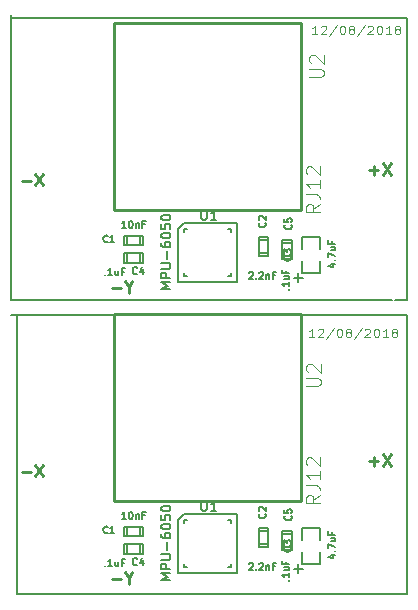
<source format=gto>
G04 #@! TF.FileFunction,Legend,Top*
%FSLAX46Y46*%
G04 Gerber Fmt 4.6, Leading zero omitted, Abs format (unit mm)*
G04 Created by KiCad (PCBNEW 4.0.7-e2-6376~58~ubuntu16.04.1) date Sat Dec  8 14:23:04 2018*
%MOMM*%
%LPD*%
G01*
G04 APERTURE LIST*
%ADD10C,0.150000*%
%ADD11C,0.200000*%
%ADD12C,0.250000*%
%ADD13C,0.125000*%
%ADD14C,0.127000*%
%ADD15C,0.149860*%
%ADD16C,0.200660*%
%ADD17C,0.254000*%
%ADD18C,0.099060*%
G04 APERTURE END LIST*
D10*
D11*
X168656000Y-92202000D02*
X135128000Y-92202000D01*
X168656000Y-116078000D02*
X168656000Y-92202000D01*
X167640000Y-116078000D02*
X168656000Y-116078000D01*
X167386000Y-116078000D02*
X135128000Y-116078000D01*
X135128000Y-91948000D02*
X135128000Y-116078000D01*
X135636000Y-140970000D02*
X135636000Y-117348000D01*
X168656000Y-140970000D02*
X135636000Y-140970000D01*
X168656000Y-117348000D02*
X168656000Y-140970000D01*
X135128000Y-117348000D02*
X168656000Y-117348000D01*
D12*
X143640476Y-139709429D02*
X144402381Y-139709429D01*
X145069047Y-139614190D02*
X145069047Y-140090381D01*
X144735714Y-139090381D02*
X145069047Y-139614190D01*
X145402381Y-139090381D01*
X165442857Y-129709429D02*
X166204762Y-129709429D01*
X165823810Y-130090381D02*
X165823810Y-129328476D01*
X166585714Y-129090381D02*
X167252381Y-130090381D01*
X167252381Y-129090381D02*
X166585714Y-130090381D01*
X136042857Y-130609429D02*
X136804762Y-130609429D01*
X137185714Y-129990381D02*
X137852381Y-130990381D01*
X137852381Y-129990381D02*
X137185714Y-130990381D01*
D13*
X160807809Y-119188667D02*
X160350666Y-119188667D01*
X160579237Y-119188667D02*
X160579237Y-118488667D01*
X160503047Y-118588667D01*
X160426856Y-118655333D01*
X160350666Y-118688667D01*
X161112571Y-118555333D02*
X161150666Y-118522000D01*
X161226857Y-118488667D01*
X161417333Y-118488667D01*
X161493523Y-118522000D01*
X161531619Y-118555333D01*
X161569714Y-118622000D01*
X161569714Y-118688667D01*
X161531619Y-118788667D01*
X161074476Y-119188667D01*
X161569714Y-119188667D01*
X162484000Y-118455333D02*
X161798285Y-119355333D01*
X162903047Y-118488667D02*
X162979238Y-118488667D01*
X163055428Y-118522000D01*
X163093523Y-118555333D01*
X163131619Y-118622000D01*
X163169714Y-118755333D01*
X163169714Y-118922000D01*
X163131619Y-119055333D01*
X163093523Y-119122000D01*
X163055428Y-119155333D01*
X162979238Y-119188667D01*
X162903047Y-119188667D01*
X162826857Y-119155333D01*
X162788761Y-119122000D01*
X162750666Y-119055333D01*
X162712571Y-118922000D01*
X162712571Y-118755333D01*
X162750666Y-118622000D01*
X162788761Y-118555333D01*
X162826857Y-118522000D01*
X162903047Y-118488667D01*
X163626857Y-118788667D02*
X163550666Y-118755333D01*
X163512571Y-118722000D01*
X163474476Y-118655333D01*
X163474476Y-118622000D01*
X163512571Y-118555333D01*
X163550666Y-118522000D01*
X163626857Y-118488667D01*
X163779238Y-118488667D01*
X163855428Y-118522000D01*
X163893524Y-118555333D01*
X163931619Y-118622000D01*
X163931619Y-118655333D01*
X163893524Y-118722000D01*
X163855428Y-118755333D01*
X163779238Y-118788667D01*
X163626857Y-118788667D01*
X163550666Y-118822000D01*
X163512571Y-118855333D01*
X163474476Y-118922000D01*
X163474476Y-119055333D01*
X163512571Y-119122000D01*
X163550666Y-119155333D01*
X163626857Y-119188667D01*
X163779238Y-119188667D01*
X163855428Y-119155333D01*
X163893524Y-119122000D01*
X163931619Y-119055333D01*
X163931619Y-118922000D01*
X163893524Y-118855333D01*
X163855428Y-118822000D01*
X163779238Y-118788667D01*
X164845905Y-118455333D02*
X164160190Y-119355333D01*
X165074476Y-118555333D02*
X165112571Y-118522000D01*
X165188762Y-118488667D01*
X165379238Y-118488667D01*
X165455428Y-118522000D01*
X165493524Y-118555333D01*
X165531619Y-118622000D01*
X165531619Y-118688667D01*
X165493524Y-118788667D01*
X165036381Y-119188667D01*
X165531619Y-119188667D01*
X166026857Y-118488667D02*
X166103048Y-118488667D01*
X166179238Y-118522000D01*
X166217333Y-118555333D01*
X166255429Y-118622000D01*
X166293524Y-118755333D01*
X166293524Y-118922000D01*
X166255429Y-119055333D01*
X166217333Y-119122000D01*
X166179238Y-119155333D01*
X166103048Y-119188667D01*
X166026857Y-119188667D01*
X165950667Y-119155333D01*
X165912571Y-119122000D01*
X165874476Y-119055333D01*
X165836381Y-118922000D01*
X165836381Y-118755333D01*
X165874476Y-118622000D01*
X165912571Y-118555333D01*
X165950667Y-118522000D01*
X166026857Y-118488667D01*
X167055429Y-119188667D02*
X166598286Y-119188667D01*
X166826857Y-119188667D02*
X166826857Y-118488667D01*
X166750667Y-118588667D01*
X166674476Y-118655333D01*
X166598286Y-118688667D01*
X167512572Y-118788667D02*
X167436381Y-118755333D01*
X167398286Y-118722000D01*
X167360191Y-118655333D01*
X167360191Y-118622000D01*
X167398286Y-118555333D01*
X167436381Y-118522000D01*
X167512572Y-118488667D01*
X167664953Y-118488667D01*
X167741143Y-118522000D01*
X167779239Y-118555333D01*
X167817334Y-118622000D01*
X167817334Y-118655333D01*
X167779239Y-118722000D01*
X167741143Y-118755333D01*
X167664953Y-118788667D01*
X167512572Y-118788667D01*
X167436381Y-118822000D01*
X167398286Y-118855333D01*
X167360191Y-118922000D01*
X167360191Y-119055333D01*
X167398286Y-119122000D01*
X167436381Y-119155333D01*
X167512572Y-119188667D01*
X167664953Y-119188667D01*
X167741143Y-119155333D01*
X167779239Y-119122000D01*
X167817334Y-119055333D01*
X167817334Y-118922000D01*
X167779239Y-118855333D01*
X167741143Y-118822000D01*
X167664953Y-118788667D01*
X161061809Y-93534667D02*
X160604666Y-93534667D01*
X160833237Y-93534667D02*
X160833237Y-92834667D01*
X160757047Y-92934667D01*
X160680856Y-93001333D01*
X160604666Y-93034667D01*
X161366571Y-92901333D02*
X161404666Y-92868000D01*
X161480857Y-92834667D01*
X161671333Y-92834667D01*
X161747523Y-92868000D01*
X161785619Y-92901333D01*
X161823714Y-92968000D01*
X161823714Y-93034667D01*
X161785619Y-93134667D01*
X161328476Y-93534667D01*
X161823714Y-93534667D01*
X162738000Y-92801333D02*
X162052285Y-93701333D01*
X163157047Y-92834667D02*
X163233238Y-92834667D01*
X163309428Y-92868000D01*
X163347523Y-92901333D01*
X163385619Y-92968000D01*
X163423714Y-93101333D01*
X163423714Y-93268000D01*
X163385619Y-93401333D01*
X163347523Y-93468000D01*
X163309428Y-93501333D01*
X163233238Y-93534667D01*
X163157047Y-93534667D01*
X163080857Y-93501333D01*
X163042761Y-93468000D01*
X163004666Y-93401333D01*
X162966571Y-93268000D01*
X162966571Y-93101333D01*
X163004666Y-92968000D01*
X163042761Y-92901333D01*
X163080857Y-92868000D01*
X163157047Y-92834667D01*
X163880857Y-93134667D02*
X163804666Y-93101333D01*
X163766571Y-93068000D01*
X163728476Y-93001333D01*
X163728476Y-92968000D01*
X163766571Y-92901333D01*
X163804666Y-92868000D01*
X163880857Y-92834667D01*
X164033238Y-92834667D01*
X164109428Y-92868000D01*
X164147524Y-92901333D01*
X164185619Y-92968000D01*
X164185619Y-93001333D01*
X164147524Y-93068000D01*
X164109428Y-93101333D01*
X164033238Y-93134667D01*
X163880857Y-93134667D01*
X163804666Y-93168000D01*
X163766571Y-93201333D01*
X163728476Y-93268000D01*
X163728476Y-93401333D01*
X163766571Y-93468000D01*
X163804666Y-93501333D01*
X163880857Y-93534667D01*
X164033238Y-93534667D01*
X164109428Y-93501333D01*
X164147524Y-93468000D01*
X164185619Y-93401333D01*
X164185619Y-93268000D01*
X164147524Y-93201333D01*
X164109428Y-93168000D01*
X164033238Y-93134667D01*
X165099905Y-92801333D02*
X164414190Y-93701333D01*
X165328476Y-92901333D02*
X165366571Y-92868000D01*
X165442762Y-92834667D01*
X165633238Y-92834667D01*
X165709428Y-92868000D01*
X165747524Y-92901333D01*
X165785619Y-92968000D01*
X165785619Y-93034667D01*
X165747524Y-93134667D01*
X165290381Y-93534667D01*
X165785619Y-93534667D01*
X166280857Y-92834667D02*
X166357048Y-92834667D01*
X166433238Y-92868000D01*
X166471333Y-92901333D01*
X166509429Y-92968000D01*
X166547524Y-93101333D01*
X166547524Y-93268000D01*
X166509429Y-93401333D01*
X166471333Y-93468000D01*
X166433238Y-93501333D01*
X166357048Y-93534667D01*
X166280857Y-93534667D01*
X166204667Y-93501333D01*
X166166571Y-93468000D01*
X166128476Y-93401333D01*
X166090381Y-93268000D01*
X166090381Y-93101333D01*
X166128476Y-92968000D01*
X166166571Y-92901333D01*
X166204667Y-92868000D01*
X166280857Y-92834667D01*
X167309429Y-93534667D02*
X166852286Y-93534667D01*
X167080857Y-93534667D02*
X167080857Y-92834667D01*
X167004667Y-92934667D01*
X166928476Y-93001333D01*
X166852286Y-93034667D01*
X167766572Y-93134667D02*
X167690381Y-93101333D01*
X167652286Y-93068000D01*
X167614191Y-93001333D01*
X167614191Y-92968000D01*
X167652286Y-92901333D01*
X167690381Y-92868000D01*
X167766572Y-92834667D01*
X167918953Y-92834667D01*
X167995143Y-92868000D01*
X168033239Y-92901333D01*
X168071334Y-92968000D01*
X168071334Y-93001333D01*
X168033239Y-93068000D01*
X167995143Y-93101333D01*
X167918953Y-93134667D01*
X167766572Y-93134667D01*
X167690381Y-93168000D01*
X167652286Y-93201333D01*
X167614191Y-93268000D01*
X167614191Y-93401333D01*
X167652286Y-93468000D01*
X167690381Y-93501333D01*
X167766572Y-93534667D01*
X167918953Y-93534667D01*
X167995143Y-93501333D01*
X168033239Y-93468000D01*
X168071334Y-93401333D01*
X168071334Y-93268000D01*
X168033239Y-93201333D01*
X167995143Y-93168000D01*
X167918953Y-93134667D01*
D12*
X136042857Y-105971429D02*
X136804762Y-105971429D01*
X137185714Y-105352381D02*
X137852381Y-106352381D01*
X137852381Y-105352381D02*
X137185714Y-106352381D01*
X165442857Y-105071429D02*
X166204762Y-105071429D01*
X165823810Y-105452381D02*
X165823810Y-104690476D01*
X166585714Y-104452381D02*
X167252381Y-105452381D01*
X167252381Y-104452381D02*
X166585714Y-105452381D01*
X143640476Y-115071429D02*
X144402381Y-115071429D01*
X145069047Y-114976190D02*
X145069047Y-115452381D01*
X144735714Y-114452381D02*
X145069047Y-114976190D01*
X145402381Y-114452381D01*
D14*
X161262000Y-137396000D02*
X161262000Y-138412000D01*
X161262000Y-138412000D02*
X159738000Y-138412000D01*
X159738000Y-138412000D02*
X159738000Y-137396000D01*
X159738000Y-136380000D02*
X159738000Y-135364000D01*
X159738000Y-135364000D02*
X161262000Y-135364000D01*
X161262000Y-135364000D02*
X161262000Y-136380000D01*
D15*
X149758640Y-134148800D02*
X154239200Y-134148800D01*
X149260800Y-134646640D02*
X149260800Y-139127200D01*
X149260800Y-134646640D02*
X149758640Y-134148800D01*
D16*
X149758640Y-134895560D02*
X149758640Y-134646640D01*
X149758640Y-134646640D02*
X150007560Y-134646640D01*
X150007560Y-138629360D02*
X149758640Y-138629360D01*
X149758640Y-138629360D02*
X149758640Y-138380440D01*
X153741360Y-138380440D02*
X153741360Y-138629360D01*
X153741360Y-138629360D02*
X153492440Y-138629360D01*
X153492440Y-134646640D02*
X153741360Y-134646640D01*
X153741360Y-134646640D02*
X153741360Y-134895560D01*
D15*
X154239200Y-139127200D02*
X149260800Y-139127200D01*
X154239200Y-134148800D02*
X154239200Y-139127200D01*
D14*
X158906400Y-135829200D02*
X158093600Y-135829200D01*
X158119000Y-136946800D02*
X158906400Y-136946800D01*
X158093600Y-137200800D02*
X158093600Y-135575200D01*
X158093600Y-135575200D02*
X158906400Y-135575200D01*
X158906400Y-135575200D02*
X158906400Y-137200800D01*
X158906400Y-137200800D02*
X158093600Y-137200800D01*
X144941200Y-136731600D02*
X144941200Y-137544400D01*
X146058800Y-137519000D02*
X146058800Y-136731600D01*
X146312800Y-137544400D02*
X144687200Y-137544400D01*
X144687200Y-137544400D02*
X144687200Y-136731600D01*
X144687200Y-136731600D02*
X146312800Y-136731600D01*
X146312800Y-136731600D02*
X146312800Y-137544400D01*
X156093600Y-136696800D02*
X156906400Y-136696800D01*
X156881000Y-135579200D02*
X156093600Y-135579200D01*
X156906400Y-135325200D02*
X156906400Y-136950800D01*
X156906400Y-136950800D02*
X156093600Y-136950800D01*
X156093600Y-136950800D02*
X156093600Y-135325200D01*
X156093600Y-135325200D02*
X156906400Y-135325200D01*
X144941200Y-135231600D02*
X144941200Y-136044400D01*
X146058800Y-136019000D02*
X146058800Y-135231600D01*
X146312800Y-136044400D02*
X144687200Y-136044400D01*
X144687200Y-136044400D02*
X144687200Y-135231600D01*
X144687200Y-135231600D02*
X146312800Y-135231600D01*
X146312800Y-135231600D02*
X146312800Y-136044400D01*
D17*
X143810000Y-133038000D02*
X143810000Y-117238000D01*
X143810000Y-117238000D02*
X159690000Y-117238000D01*
X159690000Y-117238000D02*
X159690000Y-133038000D01*
X159690000Y-133038000D02*
X143810000Y-133038000D01*
X143810000Y-108400000D02*
X143810000Y-92600000D01*
X143810000Y-92600000D02*
X159690000Y-92600000D01*
X159690000Y-92600000D02*
X159690000Y-108400000D01*
X159690000Y-108400000D02*
X143810000Y-108400000D01*
D14*
X144941200Y-110593600D02*
X144941200Y-111406400D01*
X146058800Y-111381000D02*
X146058800Y-110593600D01*
X146312800Y-111406400D02*
X144687200Y-111406400D01*
X144687200Y-111406400D02*
X144687200Y-110593600D01*
X144687200Y-110593600D02*
X146312800Y-110593600D01*
X146312800Y-110593600D02*
X146312800Y-111406400D01*
X156093600Y-112058800D02*
X156906400Y-112058800D01*
X156881000Y-110941200D02*
X156093600Y-110941200D01*
X156906400Y-110687200D02*
X156906400Y-112312800D01*
X156906400Y-112312800D02*
X156093600Y-112312800D01*
X156093600Y-112312800D02*
X156093600Y-110687200D01*
X156093600Y-110687200D02*
X156906400Y-110687200D01*
X144941200Y-112093600D02*
X144941200Y-112906400D01*
X146058800Y-112881000D02*
X146058800Y-112093600D01*
X146312800Y-112906400D02*
X144687200Y-112906400D01*
X144687200Y-112906400D02*
X144687200Y-112093600D01*
X144687200Y-112093600D02*
X146312800Y-112093600D01*
X146312800Y-112093600D02*
X146312800Y-112906400D01*
X158906400Y-111191200D02*
X158093600Y-111191200D01*
X158119000Y-112308800D02*
X158906400Y-112308800D01*
X158093600Y-112562800D02*
X158093600Y-110937200D01*
X158093600Y-110937200D02*
X158906400Y-110937200D01*
X158906400Y-110937200D02*
X158906400Y-112562800D01*
X158906400Y-112562800D02*
X158093600Y-112562800D01*
D15*
X149758640Y-109510800D02*
X154239200Y-109510800D01*
X149260800Y-110008640D02*
X149260800Y-114489200D01*
X149260800Y-110008640D02*
X149758640Y-109510800D01*
D16*
X149758640Y-110257560D02*
X149758640Y-110008640D01*
X149758640Y-110008640D02*
X150007560Y-110008640D01*
X150007560Y-113991360D02*
X149758640Y-113991360D01*
X149758640Y-113991360D02*
X149758640Y-113742440D01*
X153741360Y-113742440D02*
X153741360Y-113991360D01*
X153741360Y-113991360D02*
X153492440Y-113991360D01*
X153492440Y-110008640D02*
X153741360Y-110008640D01*
X153741360Y-110008640D02*
X153741360Y-110257560D01*
D15*
X154239200Y-114489200D02*
X149260800Y-114489200D01*
X154239200Y-109510800D02*
X154239200Y-114489200D01*
D14*
X161262000Y-112758000D02*
X161262000Y-113774000D01*
X161262000Y-113774000D02*
X159738000Y-113774000D01*
X159738000Y-113774000D02*
X159738000Y-112758000D01*
X159738000Y-111742000D02*
X159738000Y-110726000D01*
X159738000Y-110726000D02*
X161262000Y-110726000D01*
X161262000Y-110726000D02*
X161262000Y-111742000D01*
D10*
X158764286Y-136988000D02*
X158792857Y-137016571D01*
X158821429Y-137102285D01*
X158821429Y-137159428D01*
X158792857Y-137245143D01*
X158735714Y-137302285D01*
X158678571Y-137330857D01*
X158564286Y-137359428D01*
X158478571Y-137359428D01*
X158364286Y-137330857D01*
X158307143Y-137302285D01*
X158250000Y-137245143D01*
X158221429Y-137159428D01*
X158221429Y-137102285D01*
X158250000Y-137016571D01*
X158278571Y-136988000D01*
X158221429Y-136788000D02*
X158221429Y-136416571D01*
X158450000Y-136616571D01*
X158450000Y-136530857D01*
X158478571Y-136473714D01*
X158507143Y-136445143D01*
X158564286Y-136416571D01*
X158707143Y-136416571D01*
X158764286Y-136445143D01*
X158792857Y-136473714D01*
X158821429Y-136530857D01*
X158821429Y-136702285D01*
X158792857Y-136759428D01*
X158764286Y-136788000D01*
X162171429Y-137630857D02*
X162571429Y-137630857D01*
X161942857Y-137773714D02*
X162371429Y-137916571D01*
X162371429Y-137545143D01*
X162514286Y-137316571D02*
X162542857Y-137287999D01*
X162571429Y-137316571D01*
X162542857Y-137345142D01*
X162514286Y-137316571D01*
X162571429Y-137316571D01*
X161971429Y-137088000D02*
X161971429Y-136688000D01*
X162571429Y-136945143D01*
X162171429Y-136202285D02*
X162571429Y-136202285D01*
X162171429Y-136459428D02*
X162485714Y-136459428D01*
X162542857Y-136430856D01*
X162571429Y-136373714D01*
X162571429Y-136287999D01*
X162542857Y-136230856D01*
X162514286Y-136202285D01*
X162257143Y-135716571D02*
X162257143Y-135916571D01*
X162571429Y-135916571D02*
X161971429Y-135916571D01*
X161971429Y-135630857D01*
X159421429Y-139168952D02*
X159421429Y-138407047D01*
X159802381Y-138787999D02*
X159040476Y-138787999D01*
D11*
X151240476Y-133099905D02*
X151240476Y-133747524D01*
X151278571Y-133823714D01*
X151316667Y-133861810D01*
X151392857Y-133899905D01*
X151545238Y-133899905D01*
X151621429Y-133861810D01*
X151659524Y-133823714D01*
X151697619Y-133747524D01*
X151697619Y-133099905D01*
X152497619Y-133899905D02*
X152040476Y-133899905D01*
X152269047Y-133899905D02*
X152269047Y-133099905D01*
X152192857Y-133214190D01*
X152116666Y-133290381D01*
X152040476Y-133328476D01*
X148611905Y-139742762D02*
X147811905Y-139742762D01*
X148383333Y-139476095D01*
X147811905Y-139209428D01*
X148611905Y-139209428D01*
X148611905Y-138828476D02*
X147811905Y-138828476D01*
X147811905Y-138523714D01*
X147850000Y-138447523D01*
X147888095Y-138409428D01*
X147964286Y-138371333D01*
X148078571Y-138371333D01*
X148154762Y-138409428D01*
X148192857Y-138447523D01*
X148230952Y-138523714D01*
X148230952Y-138828476D01*
X147811905Y-138028476D02*
X148459524Y-138028476D01*
X148535714Y-137990381D01*
X148573810Y-137952285D01*
X148611905Y-137876095D01*
X148611905Y-137723714D01*
X148573810Y-137647523D01*
X148535714Y-137609428D01*
X148459524Y-137571333D01*
X147811905Y-137571333D01*
X148307143Y-137190381D02*
X148307143Y-136580857D01*
X147811905Y-135857048D02*
X147811905Y-136009429D01*
X147850000Y-136085619D01*
X147888095Y-136123714D01*
X148002381Y-136199905D01*
X148154762Y-136238000D01*
X148459524Y-136238000D01*
X148535714Y-136199905D01*
X148573810Y-136161810D01*
X148611905Y-136085619D01*
X148611905Y-135933238D01*
X148573810Y-135857048D01*
X148535714Y-135818952D01*
X148459524Y-135780857D01*
X148269048Y-135780857D01*
X148192857Y-135818952D01*
X148154762Y-135857048D01*
X148116667Y-135933238D01*
X148116667Y-136085619D01*
X148154762Y-136161810D01*
X148192857Y-136199905D01*
X148269048Y-136238000D01*
X147811905Y-135285619D02*
X147811905Y-135209428D01*
X147850000Y-135133238D01*
X147888095Y-135095143D01*
X147964286Y-135057047D01*
X148116667Y-135018952D01*
X148307143Y-135018952D01*
X148459524Y-135057047D01*
X148535714Y-135095143D01*
X148573810Y-135133238D01*
X148611905Y-135209428D01*
X148611905Y-135285619D01*
X148573810Y-135361809D01*
X148535714Y-135399905D01*
X148459524Y-135438000D01*
X148307143Y-135476095D01*
X148116667Y-135476095D01*
X147964286Y-135438000D01*
X147888095Y-135399905D01*
X147850000Y-135361809D01*
X147811905Y-135285619D01*
X147811905Y-134295142D02*
X147811905Y-134676095D01*
X148192857Y-134714190D01*
X148154762Y-134676095D01*
X148116667Y-134599904D01*
X148116667Y-134409428D01*
X148154762Y-134333238D01*
X148192857Y-134295142D01*
X148269048Y-134257047D01*
X148459524Y-134257047D01*
X148535714Y-134295142D01*
X148573810Y-134333238D01*
X148611905Y-134409428D01*
X148611905Y-134599904D01*
X148573810Y-134676095D01*
X148535714Y-134714190D01*
X147811905Y-133761809D02*
X147811905Y-133685618D01*
X147850000Y-133609428D01*
X147888095Y-133571333D01*
X147964286Y-133533237D01*
X148116667Y-133495142D01*
X148307143Y-133495142D01*
X148459524Y-133533237D01*
X148535714Y-133571333D01*
X148573810Y-133609428D01*
X148611905Y-133685618D01*
X148611905Y-133761809D01*
X148573810Y-133837999D01*
X148535714Y-133876095D01*
X148459524Y-133914190D01*
X148307143Y-133952285D01*
X148116667Y-133952285D01*
X147964286Y-133914190D01*
X147888095Y-133876095D01*
X147850000Y-133837999D01*
X147811905Y-133761809D01*
D10*
X158814286Y-134338000D02*
X158842857Y-134366571D01*
X158871429Y-134452285D01*
X158871429Y-134509428D01*
X158842857Y-134595143D01*
X158785714Y-134652285D01*
X158728571Y-134680857D01*
X158614286Y-134709428D01*
X158528571Y-134709428D01*
X158414286Y-134680857D01*
X158357143Y-134652285D01*
X158300000Y-134595143D01*
X158271429Y-134509428D01*
X158271429Y-134452285D01*
X158300000Y-134366571D01*
X158328571Y-134338000D01*
X158271429Y-133795143D02*
X158271429Y-134080857D01*
X158557143Y-134109428D01*
X158528571Y-134080857D01*
X158500000Y-134023714D01*
X158500000Y-133880857D01*
X158528571Y-133823714D01*
X158557143Y-133795143D01*
X158614286Y-133766571D01*
X158757143Y-133766571D01*
X158814286Y-133795143D01*
X158842857Y-133823714D01*
X158871429Y-133880857D01*
X158871429Y-134023714D01*
X158842857Y-134080857D01*
X158814286Y-134109428D01*
X158614286Y-139802286D02*
X158642857Y-139773714D01*
X158671429Y-139802286D01*
X158642857Y-139830857D01*
X158614286Y-139802286D01*
X158671429Y-139802286D01*
X158671429Y-139202286D02*
X158671429Y-139545143D01*
X158671429Y-139373715D02*
X158071429Y-139373715D01*
X158157143Y-139430858D01*
X158214286Y-139488000D01*
X158242857Y-139545143D01*
X158271429Y-138688000D02*
X158671429Y-138688000D01*
X158271429Y-138945143D02*
X158585714Y-138945143D01*
X158642857Y-138916571D01*
X158671429Y-138859429D01*
X158671429Y-138773714D01*
X158642857Y-138716571D01*
X158614286Y-138688000D01*
X158357143Y-138202286D02*
X158357143Y-138402286D01*
X158671429Y-138402286D02*
X158071429Y-138402286D01*
X158071429Y-138116572D01*
X145800000Y-138452286D02*
X145771429Y-138480857D01*
X145685715Y-138509429D01*
X145628572Y-138509429D01*
X145542857Y-138480857D01*
X145485715Y-138423714D01*
X145457143Y-138366571D01*
X145428572Y-138252286D01*
X145428572Y-138166571D01*
X145457143Y-138052286D01*
X145485715Y-137995143D01*
X145542857Y-137938000D01*
X145628572Y-137909429D01*
X145685715Y-137909429D01*
X145771429Y-137938000D01*
X145800000Y-137966571D01*
X146314286Y-138109429D02*
X146314286Y-138509429D01*
X146171429Y-137880857D02*
X146028572Y-138309429D01*
X146400000Y-138309429D01*
X143085714Y-138552286D02*
X143114286Y-138580857D01*
X143085714Y-138609429D01*
X143057143Y-138580857D01*
X143085714Y-138552286D01*
X143085714Y-138609429D01*
X143685714Y-138609429D02*
X143342857Y-138609429D01*
X143514285Y-138609429D02*
X143514285Y-138009429D01*
X143457142Y-138095143D01*
X143400000Y-138152286D01*
X143342857Y-138180857D01*
X144200000Y-138209429D02*
X144200000Y-138609429D01*
X143942857Y-138209429D02*
X143942857Y-138523714D01*
X143971429Y-138580857D01*
X144028571Y-138609429D01*
X144114286Y-138609429D01*
X144171429Y-138580857D01*
X144200000Y-138552286D01*
X144685714Y-138295143D02*
X144485714Y-138295143D01*
X144485714Y-138609429D02*
X144485714Y-138009429D01*
X144771428Y-138009429D01*
X156614286Y-134138000D02*
X156642857Y-134166571D01*
X156671429Y-134252285D01*
X156671429Y-134309428D01*
X156642857Y-134395143D01*
X156585714Y-134452285D01*
X156528571Y-134480857D01*
X156414286Y-134509428D01*
X156328571Y-134509428D01*
X156214286Y-134480857D01*
X156157143Y-134452285D01*
X156100000Y-134395143D01*
X156071429Y-134309428D01*
X156071429Y-134252285D01*
X156100000Y-134166571D01*
X156128571Y-134138000D01*
X156128571Y-133909428D02*
X156100000Y-133880857D01*
X156071429Y-133823714D01*
X156071429Y-133680857D01*
X156100000Y-133623714D01*
X156128571Y-133595143D01*
X156185714Y-133566571D01*
X156242857Y-133566571D01*
X156328571Y-133595143D01*
X156671429Y-133938000D01*
X156671429Y-133566571D01*
X155271429Y-138366571D02*
X155300000Y-138338000D01*
X155357143Y-138309429D01*
X155500000Y-138309429D01*
X155557143Y-138338000D01*
X155585714Y-138366571D01*
X155614286Y-138423714D01*
X155614286Y-138480857D01*
X155585714Y-138566571D01*
X155242857Y-138909429D01*
X155614286Y-138909429D01*
X155871429Y-138852286D02*
X155900001Y-138880857D01*
X155871429Y-138909429D01*
X155842858Y-138880857D01*
X155871429Y-138852286D01*
X155871429Y-138909429D01*
X156128572Y-138366571D02*
X156157143Y-138338000D01*
X156214286Y-138309429D01*
X156357143Y-138309429D01*
X156414286Y-138338000D01*
X156442857Y-138366571D01*
X156471429Y-138423714D01*
X156471429Y-138480857D01*
X156442857Y-138566571D01*
X156100000Y-138909429D01*
X156471429Y-138909429D01*
X156728572Y-138509429D02*
X156728572Y-138909429D01*
X156728572Y-138566571D02*
X156757144Y-138538000D01*
X156814286Y-138509429D01*
X156900001Y-138509429D01*
X156957144Y-138538000D01*
X156985715Y-138595143D01*
X156985715Y-138909429D01*
X157471429Y-138595143D02*
X157271429Y-138595143D01*
X157271429Y-138909429D02*
X157271429Y-138309429D01*
X157557143Y-138309429D01*
X143300000Y-135752286D02*
X143271429Y-135780857D01*
X143185715Y-135809429D01*
X143128572Y-135809429D01*
X143042857Y-135780857D01*
X142985715Y-135723714D01*
X142957143Y-135666571D01*
X142928572Y-135552286D01*
X142928572Y-135466571D01*
X142957143Y-135352286D01*
X142985715Y-135295143D01*
X143042857Y-135238000D01*
X143128572Y-135209429D01*
X143185715Y-135209429D01*
X143271429Y-135238000D01*
X143300000Y-135266571D01*
X143871429Y-135809429D02*
X143528572Y-135809429D01*
X143700000Y-135809429D02*
X143700000Y-135209429D01*
X143642857Y-135295143D01*
X143585715Y-135352286D01*
X143528572Y-135380857D01*
X144857143Y-134609429D02*
X144514286Y-134609429D01*
X144685714Y-134609429D02*
X144685714Y-134009429D01*
X144628571Y-134095143D01*
X144571429Y-134152286D01*
X144514286Y-134180857D01*
X145228572Y-134009429D02*
X145285715Y-134009429D01*
X145342858Y-134038000D01*
X145371429Y-134066571D01*
X145400000Y-134123714D01*
X145428572Y-134238000D01*
X145428572Y-134380857D01*
X145400000Y-134495143D01*
X145371429Y-134552286D01*
X145342858Y-134580857D01*
X145285715Y-134609429D01*
X145228572Y-134609429D01*
X145171429Y-134580857D01*
X145142858Y-134552286D01*
X145114286Y-134495143D01*
X145085715Y-134380857D01*
X145085715Y-134238000D01*
X145114286Y-134123714D01*
X145142858Y-134066571D01*
X145171429Y-134038000D01*
X145228572Y-134009429D01*
X145685715Y-134209429D02*
X145685715Y-134609429D01*
X145685715Y-134266571D02*
X145714287Y-134238000D01*
X145771429Y-134209429D01*
X145857144Y-134209429D01*
X145914287Y-134238000D01*
X145942858Y-134295143D01*
X145942858Y-134609429D01*
X146428572Y-134295143D02*
X146228572Y-134295143D01*
X146228572Y-134609429D02*
X146228572Y-134009429D01*
X146514286Y-134009429D01*
D18*
X160124857Y-123342286D02*
X161096286Y-123342286D01*
X161210571Y-123285143D01*
X161267714Y-123228000D01*
X161324857Y-123113714D01*
X161324857Y-122885143D01*
X161267714Y-122770857D01*
X161210571Y-122713714D01*
X161096286Y-122656571D01*
X160124857Y-122656571D01*
X160239143Y-122142286D02*
X160182000Y-122085143D01*
X160124857Y-121970857D01*
X160124857Y-121685143D01*
X160182000Y-121570857D01*
X160239143Y-121513714D01*
X160353429Y-121456571D01*
X160467714Y-121456571D01*
X160639143Y-121513714D01*
X161324857Y-122199428D01*
X161324857Y-121456571D01*
X161282857Y-132576571D02*
X160711429Y-132976571D01*
X161282857Y-133262286D02*
X160082857Y-133262286D01*
X160082857Y-132805143D01*
X160140000Y-132690857D01*
X160197143Y-132633714D01*
X160311429Y-132576571D01*
X160482857Y-132576571D01*
X160597143Y-132633714D01*
X160654286Y-132690857D01*
X160711429Y-132805143D01*
X160711429Y-133262286D01*
X160082857Y-131719429D02*
X160940000Y-131719429D01*
X161111429Y-131776571D01*
X161225714Y-131890857D01*
X161282857Y-132062286D01*
X161282857Y-132176571D01*
X161282857Y-130519428D02*
X161282857Y-131205143D01*
X161282857Y-130862285D02*
X160082857Y-130862285D01*
X160254286Y-130976571D01*
X160368571Y-131090857D01*
X160425714Y-131205143D01*
X160197143Y-130062286D02*
X160140000Y-130005143D01*
X160082857Y-129890857D01*
X160082857Y-129605143D01*
X160140000Y-129490857D01*
X160197143Y-129433714D01*
X160311429Y-129376571D01*
X160425714Y-129376571D01*
X160597143Y-129433714D01*
X161282857Y-130119428D01*
X161282857Y-129376571D01*
X160378857Y-97180286D02*
X161350286Y-97180286D01*
X161464571Y-97123143D01*
X161521714Y-97066000D01*
X161578857Y-96951714D01*
X161578857Y-96723143D01*
X161521714Y-96608857D01*
X161464571Y-96551714D01*
X161350286Y-96494571D01*
X160378857Y-96494571D01*
X160493143Y-95980286D02*
X160436000Y-95923143D01*
X160378857Y-95808857D01*
X160378857Y-95523143D01*
X160436000Y-95408857D01*
X160493143Y-95351714D01*
X160607429Y-95294571D01*
X160721714Y-95294571D01*
X160893143Y-95351714D01*
X161578857Y-96037428D01*
X161578857Y-95294571D01*
X161282857Y-107938571D02*
X160711429Y-108338571D01*
X161282857Y-108624286D02*
X160082857Y-108624286D01*
X160082857Y-108167143D01*
X160140000Y-108052857D01*
X160197143Y-107995714D01*
X160311429Y-107938571D01*
X160482857Y-107938571D01*
X160597143Y-107995714D01*
X160654286Y-108052857D01*
X160711429Y-108167143D01*
X160711429Y-108624286D01*
X160082857Y-107081429D02*
X160940000Y-107081429D01*
X161111429Y-107138571D01*
X161225714Y-107252857D01*
X161282857Y-107424286D01*
X161282857Y-107538571D01*
X161282857Y-105881428D02*
X161282857Y-106567143D01*
X161282857Y-106224285D02*
X160082857Y-106224285D01*
X160254286Y-106338571D01*
X160368571Y-106452857D01*
X160425714Y-106567143D01*
X160197143Y-105424286D02*
X160140000Y-105367143D01*
X160082857Y-105252857D01*
X160082857Y-104967143D01*
X160140000Y-104852857D01*
X160197143Y-104795714D01*
X160311429Y-104738571D01*
X160425714Y-104738571D01*
X160597143Y-104795714D01*
X161282857Y-105481428D01*
X161282857Y-104738571D01*
D10*
X143300000Y-111114286D02*
X143271429Y-111142857D01*
X143185715Y-111171429D01*
X143128572Y-111171429D01*
X143042857Y-111142857D01*
X142985715Y-111085714D01*
X142957143Y-111028571D01*
X142928572Y-110914286D01*
X142928572Y-110828571D01*
X142957143Y-110714286D01*
X142985715Y-110657143D01*
X143042857Y-110600000D01*
X143128572Y-110571429D01*
X143185715Y-110571429D01*
X143271429Y-110600000D01*
X143300000Y-110628571D01*
X143871429Y-111171429D02*
X143528572Y-111171429D01*
X143700000Y-111171429D02*
X143700000Y-110571429D01*
X143642857Y-110657143D01*
X143585715Y-110714286D01*
X143528572Y-110742857D01*
X144857143Y-109971429D02*
X144514286Y-109971429D01*
X144685714Y-109971429D02*
X144685714Y-109371429D01*
X144628571Y-109457143D01*
X144571429Y-109514286D01*
X144514286Y-109542857D01*
X145228572Y-109371429D02*
X145285715Y-109371429D01*
X145342858Y-109400000D01*
X145371429Y-109428571D01*
X145400000Y-109485714D01*
X145428572Y-109600000D01*
X145428572Y-109742857D01*
X145400000Y-109857143D01*
X145371429Y-109914286D01*
X145342858Y-109942857D01*
X145285715Y-109971429D01*
X145228572Y-109971429D01*
X145171429Y-109942857D01*
X145142858Y-109914286D01*
X145114286Y-109857143D01*
X145085715Y-109742857D01*
X145085715Y-109600000D01*
X145114286Y-109485714D01*
X145142858Y-109428571D01*
X145171429Y-109400000D01*
X145228572Y-109371429D01*
X145685715Y-109571429D02*
X145685715Y-109971429D01*
X145685715Y-109628571D02*
X145714287Y-109600000D01*
X145771429Y-109571429D01*
X145857144Y-109571429D01*
X145914287Y-109600000D01*
X145942858Y-109657143D01*
X145942858Y-109971429D01*
X146428572Y-109657143D02*
X146228572Y-109657143D01*
X146228572Y-109971429D02*
X146228572Y-109371429D01*
X146514286Y-109371429D01*
X156614286Y-109500000D02*
X156642857Y-109528571D01*
X156671429Y-109614285D01*
X156671429Y-109671428D01*
X156642857Y-109757143D01*
X156585714Y-109814285D01*
X156528571Y-109842857D01*
X156414286Y-109871428D01*
X156328571Y-109871428D01*
X156214286Y-109842857D01*
X156157143Y-109814285D01*
X156100000Y-109757143D01*
X156071429Y-109671428D01*
X156071429Y-109614285D01*
X156100000Y-109528571D01*
X156128571Y-109500000D01*
X156128571Y-109271428D02*
X156100000Y-109242857D01*
X156071429Y-109185714D01*
X156071429Y-109042857D01*
X156100000Y-108985714D01*
X156128571Y-108957143D01*
X156185714Y-108928571D01*
X156242857Y-108928571D01*
X156328571Y-108957143D01*
X156671429Y-109300000D01*
X156671429Y-108928571D01*
X155271429Y-113728571D02*
X155300000Y-113700000D01*
X155357143Y-113671429D01*
X155500000Y-113671429D01*
X155557143Y-113700000D01*
X155585714Y-113728571D01*
X155614286Y-113785714D01*
X155614286Y-113842857D01*
X155585714Y-113928571D01*
X155242857Y-114271429D01*
X155614286Y-114271429D01*
X155871429Y-114214286D02*
X155900001Y-114242857D01*
X155871429Y-114271429D01*
X155842858Y-114242857D01*
X155871429Y-114214286D01*
X155871429Y-114271429D01*
X156128572Y-113728571D02*
X156157143Y-113700000D01*
X156214286Y-113671429D01*
X156357143Y-113671429D01*
X156414286Y-113700000D01*
X156442857Y-113728571D01*
X156471429Y-113785714D01*
X156471429Y-113842857D01*
X156442857Y-113928571D01*
X156100000Y-114271429D01*
X156471429Y-114271429D01*
X156728572Y-113871429D02*
X156728572Y-114271429D01*
X156728572Y-113928571D02*
X156757144Y-113900000D01*
X156814286Y-113871429D01*
X156900001Y-113871429D01*
X156957144Y-113900000D01*
X156985715Y-113957143D01*
X156985715Y-114271429D01*
X157471429Y-113957143D02*
X157271429Y-113957143D01*
X157271429Y-114271429D02*
X157271429Y-113671429D01*
X157557143Y-113671429D01*
X145800000Y-113814286D02*
X145771429Y-113842857D01*
X145685715Y-113871429D01*
X145628572Y-113871429D01*
X145542857Y-113842857D01*
X145485715Y-113785714D01*
X145457143Y-113728571D01*
X145428572Y-113614286D01*
X145428572Y-113528571D01*
X145457143Y-113414286D01*
X145485715Y-113357143D01*
X145542857Y-113300000D01*
X145628572Y-113271429D01*
X145685715Y-113271429D01*
X145771429Y-113300000D01*
X145800000Y-113328571D01*
X146314286Y-113471429D02*
X146314286Y-113871429D01*
X146171429Y-113242857D02*
X146028572Y-113671429D01*
X146400000Y-113671429D01*
X143085714Y-113914286D02*
X143114286Y-113942857D01*
X143085714Y-113971429D01*
X143057143Y-113942857D01*
X143085714Y-113914286D01*
X143085714Y-113971429D01*
X143685714Y-113971429D02*
X143342857Y-113971429D01*
X143514285Y-113971429D02*
X143514285Y-113371429D01*
X143457142Y-113457143D01*
X143400000Y-113514286D01*
X143342857Y-113542857D01*
X144200000Y-113571429D02*
X144200000Y-113971429D01*
X143942857Y-113571429D02*
X143942857Y-113885714D01*
X143971429Y-113942857D01*
X144028571Y-113971429D01*
X144114286Y-113971429D01*
X144171429Y-113942857D01*
X144200000Y-113914286D01*
X144685714Y-113657143D02*
X144485714Y-113657143D01*
X144485714Y-113971429D02*
X144485714Y-113371429D01*
X144771428Y-113371429D01*
X158814286Y-109700000D02*
X158842857Y-109728571D01*
X158871429Y-109814285D01*
X158871429Y-109871428D01*
X158842857Y-109957143D01*
X158785714Y-110014285D01*
X158728571Y-110042857D01*
X158614286Y-110071428D01*
X158528571Y-110071428D01*
X158414286Y-110042857D01*
X158357143Y-110014285D01*
X158300000Y-109957143D01*
X158271429Y-109871428D01*
X158271429Y-109814285D01*
X158300000Y-109728571D01*
X158328571Y-109700000D01*
X158271429Y-109157143D02*
X158271429Y-109442857D01*
X158557143Y-109471428D01*
X158528571Y-109442857D01*
X158500000Y-109385714D01*
X158500000Y-109242857D01*
X158528571Y-109185714D01*
X158557143Y-109157143D01*
X158614286Y-109128571D01*
X158757143Y-109128571D01*
X158814286Y-109157143D01*
X158842857Y-109185714D01*
X158871429Y-109242857D01*
X158871429Y-109385714D01*
X158842857Y-109442857D01*
X158814286Y-109471428D01*
X158614286Y-115164286D02*
X158642857Y-115135714D01*
X158671429Y-115164286D01*
X158642857Y-115192857D01*
X158614286Y-115164286D01*
X158671429Y-115164286D01*
X158671429Y-114564286D02*
X158671429Y-114907143D01*
X158671429Y-114735715D02*
X158071429Y-114735715D01*
X158157143Y-114792858D01*
X158214286Y-114850000D01*
X158242857Y-114907143D01*
X158271429Y-114050000D02*
X158671429Y-114050000D01*
X158271429Y-114307143D02*
X158585714Y-114307143D01*
X158642857Y-114278571D01*
X158671429Y-114221429D01*
X158671429Y-114135714D01*
X158642857Y-114078571D01*
X158614286Y-114050000D01*
X158357143Y-113564286D02*
X158357143Y-113764286D01*
X158671429Y-113764286D02*
X158071429Y-113764286D01*
X158071429Y-113478572D01*
D11*
X151240476Y-108461905D02*
X151240476Y-109109524D01*
X151278571Y-109185714D01*
X151316667Y-109223810D01*
X151392857Y-109261905D01*
X151545238Y-109261905D01*
X151621429Y-109223810D01*
X151659524Y-109185714D01*
X151697619Y-109109524D01*
X151697619Y-108461905D01*
X152497619Y-109261905D02*
X152040476Y-109261905D01*
X152269047Y-109261905D02*
X152269047Y-108461905D01*
X152192857Y-108576190D01*
X152116666Y-108652381D01*
X152040476Y-108690476D01*
X148611905Y-115104762D02*
X147811905Y-115104762D01*
X148383333Y-114838095D01*
X147811905Y-114571428D01*
X148611905Y-114571428D01*
X148611905Y-114190476D02*
X147811905Y-114190476D01*
X147811905Y-113885714D01*
X147850000Y-113809523D01*
X147888095Y-113771428D01*
X147964286Y-113733333D01*
X148078571Y-113733333D01*
X148154762Y-113771428D01*
X148192857Y-113809523D01*
X148230952Y-113885714D01*
X148230952Y-114190476D01*
X147811905Y-113390476D02*
X148459524Y-113390476D01*
X148535714Y-113352381D01*
X148573810Y-113314285D01*
X148611905Y-113238095D01*
X148611905Y-113085714D01*
X148573810Y-113009523D01*
X148535714Y-112971428D01*
X148459524Y-112933333D01*
X147811905Y-112933333D01*
X148307143Y-112552381D02*
X148307143Y-111942857D01*
X147811905Y-111219048D02*
X147811905Y-111371429D01*
X147850000Y-111447619D01*
X147888095Y-111485714D01*
X148002381Y-111561905D01*
X148154762Y-111600000D01*
X148459524Y-111600000D01*
X148535714Y-111561905D01*
X148573810Y-111523810D01*
X148611905Y-111447619D01*
X148611905Y-111295238D01*
X148573810Y-111219048D01*
X148535714Y-111180952D01*
X148459524Y-111142857D01*
X148269048Y-111142857D01*
X148192857Y-111180952D01*
X148154762Y-111219048D01*
X148116667Y-111295238D01*
X148116667Y-111447619D01*
X148154762Y-111523810D01*
X148192857Y-111561905D01*
X148269048Y-111600000D01*
X147811905Y-110647619D02*
X147811905Y-110571428D01*
X147850000Y-110495238D01*
X147888095Y-110457143D01*
X147964286Y-110419047D01*
X148116667Y-110380952D01*
X148307143Y-110380952D01*
X148459524Y-110419047D01*
X148535714Y-110457143D01*
X148573810Y-110495238D01*
X148611905Y-110571428D01*
X148611905Y-110647619D01*
X148573810Y-110723809D01*
X148535714Y-110761905D01*
X148459524Y-110800000D01*
X148307143Y-110838095D01*
X148116667Y-110838095D01*
X147964286Y-110800000D01*
X147888095Y-110761905D01*
X147850000Y-110723809D01*
X147811905Y-110647619D01*
X147811905Y-109657142D02*
X147811905Y-110038095D01*
X148192857Y-110076190D01*
X148154762Y-110038095D01*
X148116667Y-109961904D01*
X148116667Y-109771428D01*
X148154762Y-109695238D01*
X148192857Y-109657142D01*
X148269048Y-109619047D01*
X148459524Y-109619047D01*
X148535714Y-109657142D01*
X148573810Y-109695238D01*
X148611905Y-109771428D01*
X148611905Y-109961904D01*
X148573810Y-110038095D01*
X148535714Y-110076190D01*
X147811905Y-109123809D02*
X147811905Y-109047618D01*
X147850000Y-108971428D01*
X147888095Y-108933333D01*
X147964286Y-108895237D01*
X148116667Y-108857142D01*
X148307143Y-108857142D01*
X148459524Y-108895237D01*
X148535714Y-108933333D01*
X148573810Y-108971428D01*
X148611905Y-109047618D01*
X148611905Y-109123809D01*
X148573810Y-109199999D01*
X148535714Y-109238095D01*
X148459524Y-109276190D01*
X148307143Y-109314285D01*
X148116667Y-109314285D01*
X147964286Y-109276190D01*
X147888095Y-109238095D01*
X147850000Y-109199999D01*
X147811905Y-109123809D01*
D10*
X158764286Y-112350000D02*
X158792857Y-112378571D01*
X158821429Y-112464285D01*
X158821429Y-112521428D01*
X158792857Y-112607143D01*
X158735714Y-112664285D01*
X158678571Y-112692857D01*
X158564286Y-112721428D01*
X158478571Y-112721428D01*
X158364286Y-112692857D01*
X158307143Y-112664285D01*
X158250000Y-112607143D01*
X158221429Y-112521428D01*
X158221429Y-112464285D01*
X158250000Y-112378571D01*
X158278571Y-112350000D01*
X158221429Y-112150000D02*
X158221429Y-111778571D01*
X158450000Y-111978571D01*
X158450000Y-111892857D01*
X158478571Y-111835714D01*
X158507143Y-111807143D01*
X158564286Y-111778571D01*
X158707143Y-111778571D01*
X158764286Y-111807143D01*
X158792857Y-111835714D01*
X158821429Y-111892857D01*
X158821429Y-112064285D01*
X158792857Y-112121428D01*
X158764286Y-112150000D01*
X162171429Y-112992857D02*
X162571429Y-112992857D01*
X161942857Y-113135714D02*
X162371429Y-113278571D01*
X162371429Y-112907143D01*
X162514286Y-112678571D02*
X162542857Y-112649999D01*
X162571429Y-112678571D01*
X162542857Y-112707142D01*
X162514286Y-112678571D01*
X162571429Y-112678571D01*
X161971429Y-112450000D02*
X161971429Y-112050000D01*
X162571429Y-112307143D01*
X162171429Y-111564285D02*
X162571429Y-111564285D01*
X162171429Y-111821428D02*
X162485714Y-111821428D01*
X162542857Y-111792856D01*
X162571429Y-111735714D01*
X162571429Y-111649999D01*
X162542857Y-111592856D01*
X162514286Y-111564285D01*
X162257143Y-111078571D02*
X162257143Y-111278571D01*
X162571429Y-111278571D02*
X161971429Y-111278571D01*
X161971429Y-110992857D01*
X159421429Y-114530952D02*
X159421429Y-113769047D01*
X159802381Y-114149999D02*
X159040476Y-114149999D01*
M02*

</source>
